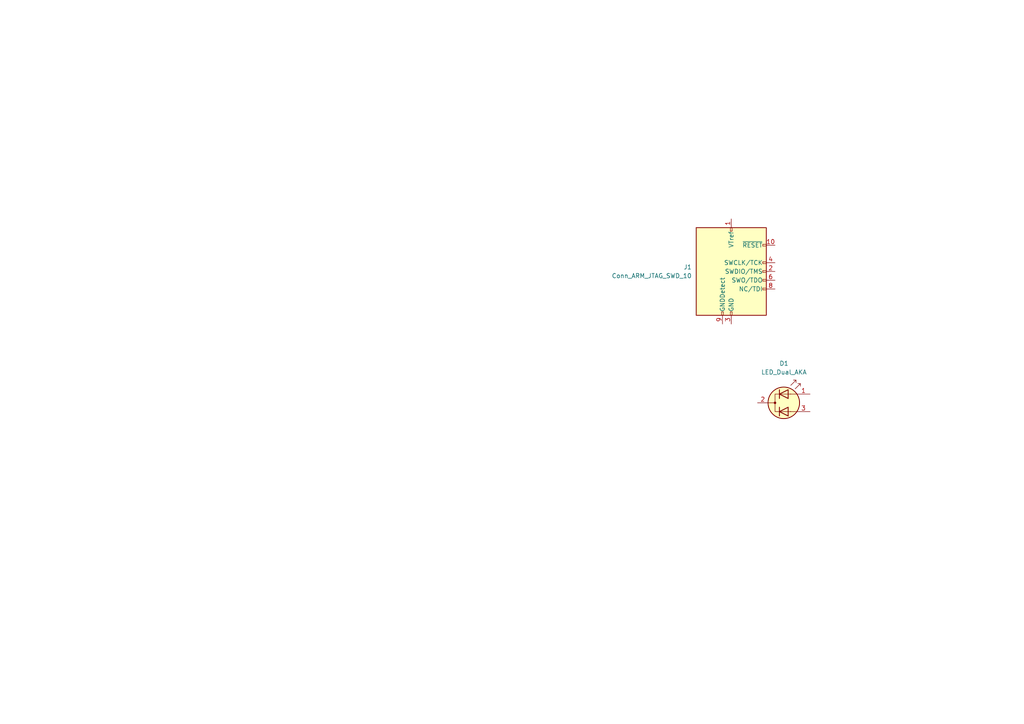
<source format=kicad_sch>
(kicad_sch (version 20231120) (generator "eeschema") (generator_version "8.0")
  (paper "A4")
  (lib_symbols
    (symbol "Connector:Conn_ARM_JTAG_SWD_10" (pin_names (offset 1.016))
      (property "Reference" "J" (at -2.54 16.51 0))
      (property "Value" "Conn_ARM_JTAG_SWD_10" (at -2.54 13.97 0))
      (symbol "Conn_ARM_JTAG_SWD_10_0_1"
        (rectangle (start -10.16 12.7) (end 10.16 -12.7) (stroke (width 0.254)) (fill (type background)))
        (rectangle (start -2.794 -12.7) (end -2.286 -11.684))
        (rectangle (start -0.254 -12.7) (end 0.254 -11.684))
        (rectangle (start -0.254 12.7) (end 0.254 11.684))
        (rectangle (start 9.144 2.286) (end 10.16 2.794))
        (rectangle (start 10.16 -2.794) (end 9.144 -2.286))
        (rectangle (start 10.16 -0.254) (end 9.144 0.254))
        (rectangle (start 10.16 7.874) (end 9.144 7.366))
      )
      (symbol "Conn_ARM_JTAG_SWD_10_1_1"
        (rectangle (start 9.144 -5.334) (end 10.16 -4.826))
        (pin power_in line (at 0 15.24 270) (length 2.54) (name "VTref") (number "1"))
        (pin open_collector line (at 12.7 7.62 180) (length 2.54) (name "~{RESET}") (number "10"))
        (pin bidirectional line (at 12.7 0 180) (length 2.54) (name "SWDIO/TMS") (number "2"))
        (pin power_in line (at 0 -15.24 90) (length 2.54) (name "GND") (number "3"))
        (pin output line (at 12.7 2.54 180) (length 2.54) (name "SWCLK/TCK") (number "4"))
        (pin passive line (at 0 -15.24 90) (length 2.54) hide (name "GND") (number "5"))
        (pin input line (at 12.7 -2.54 180) (length 2.54) (name "SWO/TDO") (number "6"))
        (pin no_connect line (at -10.16 0 0) (length 2.54) hide (name "KEY") (number "7"))
        (pin output line (at 12.7 -5.08 180) (length 2.54) (name "NC/TDI") (number "8"))
        (pin passive line (at -2.54 -15.24 90) (length 2.54) (name "GNDDetect") (number "9"))
      )
    )
    (symbol "Device:LED_Dual_AKA" (pin_names (offset 0) hide)
      (property "Reference" "D" (at 0 5.715 0))
      (property "Value" "LED_Dual_AKA" (at 0 -6.35 0))
      (symbol "LED_Dual_AKA_0_1"
        (circle (center -2.54 0) (radius 0.2794) (fill (type outline)))
        (polyline (pts (xy -4.572 0) (xy -2.54 0)))
        (polyline (pts (xy -1.27 -1.27) (xy -1.27 -3.81)) (stroke (width 0.254)))
        (polyline (pts (xy -1.27 1.27) (xy -1.27 3.81)) (stroke (width 0.254)))
        (polyline (pts (xy 3.81 -2.54) (xy 1.905 -2.54)))
        (polyline (pts (xy 3.81 2.54) (xy 1.905 2.54)))
        (polyline (pts (xy 1.27 -3.81) (xy 1.27 -1.27) (xy -1.27 -2.54) (xy 1.27 -3.81)) (stroke (width 0.254)))
        (polyline (pts (xy 1.27 1.27) (xy 1.27 3.81) (xy -1.27 2.54) (xy 1.27 1.27)) (stroke (width 0.254)))
        (polyline (pts (xy 2.032 2.54) (xy -2.54 2.54) (xy -2.54 -2.54) (xy 2.032 -2.54)))
        (polyline (pts (xy 2.032 5.08) (xy 3.556 6.604) (xy 2.794 6.604) (xy 3.556 6.604) (xy 3.556 5.842)))
        (polyline (pts (xy 3.302 4.064) (xy 4.826 5.588) (xy 4.064 5.588) (xy 4.826 5.588) (xy 4.826 4.826)))
        (circle (center 0 0) (radius 4.572) (stroke (width 0.254)) (fill (type background)))
      )
      (symbol "LED_Dual_AKA_1_1"
        (pin input line (at 7.62 2.54 180) (length 3.81) (name "A1") (number "1"))
        (pin input line (at -7.62 0 0) (length 3.048) (name "K") (number "2"))
        (pin input line (at 7.62 -2.54 180) (length 3.81) (name "A2") (number "3"))
      )
    )
  )
  (symbol (lib_id "Device:LED_Dual_AKA") (at 227.33 116.84 0) (unit 1)
    (property "Reference" "D1" (at 227.3935 105.41 0))
    (property "Value" "LED_Dual_AKA" (at 227.3935 107.95 0))
    (property "Footprint" "LED_THT:LED_D3.0mm-3" (effects (hide yes)))
    (property "Description" "Dual LED, common cathode on pin 2" (effects (hide yes)))
  )
  (symbol (lib_id "Connector:Conn_ARM_JTAG_SWD_10") (at 212.09 78.74 0) (unit 1)
    (property "Reference" "J1" (at 200.66 77.4699 0) (effects (justify right)))
    (property "Value" "Conn_ARM_JTAG_SWD_10" (at 200.66 80.0099 0) (effects (justify right)))
    (property "Datasheet" "http://infocenter.arm.com/help/topic/com.arm.doc.ddi0314h/DDI0314H_coresight_components_trm.pdf" (effects (hide yes)))
    (property "Description" "Cortex Debug Connector, standard ARM Cortex-M SWD and JTAG interface" (effects (hide yes)))
  )
)
</source>
